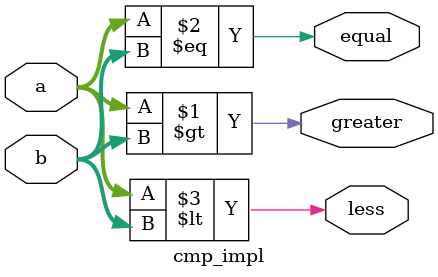
<source format=v>
module cmp_impl(
    input [7:0] a,
    input [7:0] b,
    output greater,
    output equal,
    output less
);
    assign greater = (a > b);
    assign equal = (a == b); 
    assign less = (a < b);
endmodule
</source>
